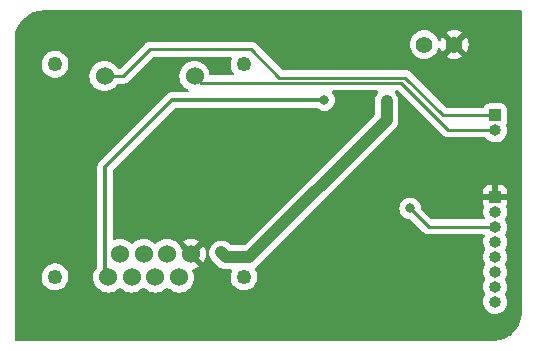
<source format=gbr>
%TF.GenerationSoftware,KiCad,Pcbnew,(6.0.5-0)*%
%TF.CreationDate,2022-09-30T17:34:08+08:00*%
%TF.ProjectId,breakout,62726561-6b6f-4757-942e-6b696361645f,rev?*%
%TF.SameCoordinates,Original*%
%TF.FileFunction,Copper,L2,Bot*%
%TF.FilePolarity,Positive*%
%FSLAX46Y46*%
G04 Gerber Fmt 4.6, Leading zero omitted, Abs format (unit mm)*
G04 Created by KiCad (PCBNEW (6.0.5-0)) date 2022-09-30 17:34:08*
%MOMM*%
%LPD*%
G01*
G04 APERTURE LIST*
%TA.AperFunction,ComponentPad*%
%ADD10R,1.000000X1.000000*%
%TD*%
%TA.AperFunction,ComponentPad*%
%ADD11O,1.000000X1.000000*%
%TD*%
%TA.AperFunction,ComponentPad*%
%ADD12C,1.400000*%
%TD*%
%TA.AperFunction,WasherPad*%
%ADD13C,1.250000*%
%TD*%
%TA.AperFunction,ComponentPad*%
%ADD14C,1.524000*%
%TD*%
%TA.AperFunction,ViaPad*%
%ADD15C,0.800000*%
%TD*%
%TA.AperFunction,ViaPad*%
%ADD16C,1.000000*%
%TD*%
%TA.AperFunction,Conductor*%
%ADD17C,1.000000*%
%TD*%
%TA.AperFunction,Conductor*%
%ADD18C,0.250000*%
%TD*%
%TA.AperFunction,Conductor*%
%ADD19C,0.300000*%
%TD*%
G04 APERTURE END LIST*
D10*
%TO.P,J2,1,Pin_1*%
%TO.N,SW1*%
X27200000Y5600000D03*
D11*
%TO.P,J2,2,Pin_2*%
%TO.N,SW2*%
X27200000Y4330000D03*
%TD*%
D12*
%TO.P,TP1,1,1*%
%TO.N,VCC*%
X21200000Y11600000D03*
%TO.P,TP1,2,2*%
%TO.N,GND*%
X23740000Y11600000D03*
%TD*%
D10*
%TO.P,J1,1,Pin_1*%
%TO.N,GND*%
X27200000Y-1300000D03*
D11*
%TO.P,J1,2,Pin_2*%
%TO.N,SlaveSelect*%
X27200000Y-2570000D03*
%TO.P,J1,3,Pin_3*%
%TO.N,SHDN*%
X27200000Y-3840000D03*
%TO.P,J1,4,Pin_4*%
%TO.N,Data*%
X27200000Y-5110000D03*
%TO.P,J1,5,Pin_5*%
%TO.N,SDI*%
X27200000Y-6380000D03*
%TO.P,J1,6,Pin_6*%
%TO.N,SCK*%
X27200000Y-7650000D03*
%TO.P,J1,7,Pin_7*%
%TO.N,REST*%
X27200000Y-8920000D03*
%TO.P,J1,8,Pin_8*%
%TO.N,VDD*%
X27200000Y-10190000D03*
%TD*%
D13*
%TO.P,O1,*%
%TO.N,*%
X-10064061Y9928148D03*
X5935939Y9928148D03*
X5935939Y-8071852D03*
X-10064061Y-8071852D03*
D14*
%TO.P,O1,1,SW1*%
%TO.N,SW1*%
X-5874061Y8928148D03*
%TO.P,O1,2,SW2*%
%TO.N,SW2*%
X1745939Y8928148D03*
%TO.P,O1,3,VDD*%
%TO.N,VDD*%
X-5564061Y-8121852D03*
%TO.P,O1,4,Slave_Select*%
%TO.N,SlaveSelect*%
X-4564061Y-6121852D03*
%TO.P,O1,5,Reset*%
%TO.N,REST*%
X-3564061Y-8121852D03*
%TO.P,O1,6,Data/Command*%
%TO.N,Data*%
X-2564061Y-6121852D03*
%TO.P,O1,7,SCK*%
%TO.N,Net-(O1-Pad7)*%
X-1564061Y-8121852D03*
%TO.P,O1,8,SDI*%
%TO.N,SDI*%
X-564061Y-6121852D03*
%TO.P,O1,9,VCC*%
%TO.N,VCC*%
X435939Y-8121852D03*
%TO.P,O1,10,VSS*%
%TO.N,GND*%
X1435939Y-6121852D03*
%TD*%
D15*
%TO.N,GND*%
X14500000Y5685000D03*
X8800000Y4400000D03*
D16*
%TO.N,VCC*%
X4000000Y-6000000D03*
X18000000Y6800000D03*
D15*
%TO.N,SHDN*%
X20000000Y-2277880D03*
%TO.N,VDD*%
X12742794Y6894052D03*
%TD*%
D17*
%TO.N,VCC*%
X18000000Y5200000D02*
X18000000Y6800000D01*
X6400000Y-6400000D02*
X18000000Y5200000D01*
X4400000Y-6400000D02*
X6400000Y-6400000D01*
X4000000Y-6000000D02*
X4400000Y-6400000D01*
D18*
%TO.N,SHDN*%
X27200000Y-3840000D02*
X21562120Y-3840000D01*
X21562120Y-3840000D02*
X20000000Y-2277880D01*
%TO.N,SW1*%
X8917859Y8800000D02*
X19600000Y8800000D01*
X-4271852Y8928148D02*
X-2000000Y11200000D01*
X-5874061Y8928148D02*
X-4271852Y8928148D01*
X22800000Y5600000D02*
X27200000Y5600000D01*
X-2000000Y11200000D02*
X6517859Y11200000D01*
X19600000Y8800000D02*
X22800000Y5600000D01*
X6517859Y11200000D02*
X8917859Y8800000D01*
%TO.N,SW2*%
X2323607Y8350480D02*
X1745939Y8928148D01*
X19249520Y8350480D02*
X2323607Y8350480D01*
X27000000Y4400000D02*
X23200000Y4400000D01*
X23200000Y4400000D02*
X19249520Y8350480D01*
D19*
%TO.N,VDD*%
X-165948Y6894052D02*
X-5820000Y1240000D01*
X12742794Y6894052D02*
X-165948Y6894052D01*
X-5820000Y1240000D02*
X-5820000Y-7865913D01*
%TD*%
%TA.AperFunction,Conductor*%
%TO.N,GND*%
G36*
X29433621Y14471498D02*
G01*
X29480114Y14417842D01*
X29491500Y14365500D01*
X29491500Y-10950633D01*
X29490000Y-10970018D01*
X29487690Y-10984851D01*
X29487690Y-10984855D01*
X29486309Y-10993724D01*
X29488558Y-11010919D01*
X29489391Y-11034863D01*
X29473794Y-11292710D01*
X29471960Y-11307814D01*
X29420477Y-11588754D01*
X29416836Y-11603527D01*
X29331859Y-11876227D01*
X29326466Y-11890445D01*
X29209243Y-12150906D01*
X29202172Y-12164379D01*
X29054405Y-12408813D01*
X29045762Y-12421334D01*
X28869615Y-12646171D01*
X28859525Y-12657560D01*
X28657560Y-12859525D01*
X28646171Y-12869615D01*
X28421334Y-13045762D01*
X28408813Y-13054405D01*
X28164379Y-13202172D01*
X28150908Y-13209242D01*
X27890445Y-13326466D01*
X27876231Y-13331858D01*
X27603527Y-13416836D01*
X27588760Y-13420475D01*
X27379786Y-13458771D01*
X27307814Y-13471960D01*
X27292710Y-13473794D01*
X27042096Y-13488953D01*
X27015284Y-13487692D01*
X27015148Y-13487690D01*
X27006276Y-13486309D01*
X26997374Y-13487473D01*
X26997372Y-13487473D01*
X26982323Y-13489441D01*
X26974714Y-13490436D01*
X26958379Y-13491500D01*
X-13365500Y-13491500D01*
X-13433621Y-13471498D01*
X-13480114Y-13417842D01*
X-13491500Y-13365500D01*
X-13491500Y-8042053D01*
X-11202027Y-8042053D01*
X-11188402Y-8249930D01*
X-11137123Y-8451843D01*
X-11049906Y-8641030D01*
X-10929674Y-8811155D01*
X-10780452Y-8956521D01*
X-10775656Y-8959726D01*
X-10775653Y-8959728D01*
X-10747193Y-8978744D01*
X-10607238Y-9072259D01*
X-10601930Y-9074540D01*
X-10601929Y-9074540D01*
X-10421135Y-9152215D01*
X-10421132Y-9152216D01*
X-10415832Y-9154493D01*
X-10410203Y-9155767D01*
X-10410202Y-9155767D01*
X-10218283Y-9199194D01*
X-10218278Y-9199195D01*
X-10212646Y-9200469D01*
X-10206875Y-9200696D01*
X-10206873Y-9200696D01*
X-10144553Y-9203144D01*
X-10004484Y-9208648D01*
X-9901401Y-9193702D01*
X-9804031Y-9179584D01*
X-9804026Y-9179583D01*
X-9798317Y-9178755D01*
X-9792853Y-9176900D01*
X-9792848Y-9176899D01*
X-9606518Y-9113648D01*
X-9601050Y-9111792D01*
X-9419289Y-9010001D01*
X-9259122Y-8876791D01*
X-9125912Y-8716624D01*
X-9024121Y-8534863D01*
X-8997720Y-8457089D01*
X-8959014Y-8343065D01*
X-8959013Y-8343060D01*
X-8957158Y-8337596D01*
X-8956330Y-8331887D01*
X-8956329Y-8331882D01*
X-8927798Y-8135103D01*
X-8927265Y-8131429D01*
X-8925705Y-8071852D01*
X-8944767Y-7864403D01*
X-9001314Y-7663902D01*
X-9093453Y-7477063D01*
X-9096912Y-7472430D01*
X-9214645Y-7314767D01*
X-9214646Y-7314766D01*
X-9218098Y-7310143D01*
X-9371074Y-7168733D01*
X-9406476Y-7146396D01*
X-9542378Y-7060648D01*
X-9547258Y-7057569D01*
X-9740750Y-6980374D01*
X-9945070Y-6939732D01*
X-9950845Y-6939656D01*
X-9950849Y-6939656D01*
X-10055160Y-6938291D01*
X-10153375Y-6937005D01*
X-10159072Y-6937984D01*
X-10159073Y-6937984D01*
X-10175804Y-6940859D01*
X-10358689Y-6972285D01*
X-10554136Y-7044389D01*
X-10559097Y-7047341D01*
X-10559098Y-7047341D01*
X-10725594Y-7146396D01*
X-10733170Y-7150903D01*
X-10889795Y-7288259D01*
X-10893362Y-7292784D01*
X-10893367Y-7292789D01*
X-11008871Y-7439306D01*
X-11018767Y-7451859D01*
X-11021458Y-7456975D01*
X-11021460Y-7456977D01*
X-11034982Y-7482678D01*
X-11115765Y-7636222D01*
X-11177541Y-7835174D01*
X-11202027Y-8042053D01*
X-13491500Y-8042053D01*
X-13491500Y9957947D01*
X-11202027Y9957947D01*
X-11188402Y9750070D01*
X-11137123Y9548157D01*
X-11049906Y9358970D01*
X-10929674Y9188845D01*
X-10780452Y9043479D01*
X-10775656Y9040274D01*
X-10775653Y9040272D01*
X-10705938Y8993690D01*
X-10607238Y8927741D01*
X-10601930Y8925460D01*
X-10601929Y8925460D01*
X-10421135Y8847785D01*
X-10421132Y8847784D01*
X-10415832Y8845507D01*
X-10410203Y8844233D01*
X-10410202Y8844233D01*
X-10218283Y8800806D01*
X-10218278Y8800805D01*
X-10212646Y8799531D01*
X-10206875Y8799304D01*
X-10206873Y8799304D01*
X-10144553Y8796856D01*
X-10004484Y8791352D01*
X-9901401Y8806298D01*
X-9804031Y8820416D01*
X-9804026Y8820417D01*
X-9798317Y8821245D01*
X-9792853Y8823100D01*
X-9792848Y8823101D01*
X-9606518Y8886352D01*
X-9601050Y8888208D01*
X-9529732Y8928148D01*
X-7149414Y8928148D01*
X-7130039Y8706685D01*
X-7128615Y8701372D01*
X-7075011Y8501321D01*
X-7072501Y8491952D01*
X-7070179Y8486971D01*
X-7070178Y8486970D01*
X-6980875Y8295459D01*
X-6980872Y8295454D01*
X-6978549Y8290472D01*
X-6975393Y8285965D01*
X-6975392Y8285963D01*
X-6974890Y8285247D01*
X-6851038Y8108367D01*
X-6693842Y7951171D01*
X-6689334Y7948014D01*
X-6689331Y7948012D01*
X-6613566Y7894961D01*
X-6511738Y7823660D01*
X-6506756Y7821337D01*
X-6506751Y7821334D01*
X-6344831Y7745830D01*
X-6310257Y7729708D01*
X-6304949Y7728286D01*
X-6304947Y7728285D01*
X-6262756Y7716980D01*
X-6095524Y7672170D01*
X-5874061Y7652795D01*
X-5652598Y7672170D01*
X-5485366Y7716980D01*
X-5443175Y7728285D01*
X-5443173Y7728286D01*
X-5437865Y7729708D01*
X-5403291Y7745830D01*
X-5241371Y7821334D01*
X-5241366Y7821337D01*
X-5236384Y7823660D01*
X-5134556Y7894961D01*
X-5058791Y7948012D01*
X-5058788Y7948014D01*
X-5054280Y7951171D01*
X-4897084Y8108367D01*
X-4804270Y8240919D01*
X-4748813Y8285247D01*
X-4701057Y8294648D01*
X-4350619Y8294648D01*
X-4339436Y8294121D01*
X-4331943Y8292446D01*
X-4324017Y8292695D01*
X-4324016Y8292695D01*
X-4263866Y8294586D01*
X-4259907Y8294648D01*
X-4231996Y8294648D01*
X-4228061Y8295145D01*
X-4227996Y8295153D01*
X-4216159Y8296086D01*
X-4183901Y8297100D01*
X-4179882Y8297226D01*
X-4171963Y8297475D01*
X-4152509Y8303127D01*
X-4133152Y8307135D01*
X-4120922Y8308680D01*
X-4120921Y8308680D01*
X-4113055Y8309674D01*
X-4105684Y8312593D01*
X-4105682Y8312593D01*
X-4071940Y8325952D01*
X-4060710Y8329797D01*
X-4025869Y8339919D01*
X-4025868Y8339919D01*
X-4018259Y8342130D01*
X-4011440Y8346163D01*
X-4011435Y8346165D01*
X-4000824Y8352441D01*
X-3983076Y8361136D01*
X-3964235Y8368596D01*
X-3928465Y8394584D01*
X-3918545Y8401100D01*
X-3887317Y8419568D01*
X-3887314Y8419570D01*
X-3880490Y8423606D01*
X-3866169Y8437927D01*
X-3851135Y8450768D01*
X-3841158Y8458017D01*
X-3834745Y8462676D01*
X-3806554Y8496753D01*
X-3798564Y8505532D01*
X-1774500Y10529595D01*
X-1712188Y10563621D01*
X-1685405Y10566500D01*
X4782226Y10566500D01*
X4850347Y10546498D01*
X4896840Y10492842D01*
X4906944Y10422568D01*
X4893735Y10381835D01*
X4884235Y10363778D01*
X4882522Y10358261D01*
X4828601Y10184605D01*
X4822459Y10164826D01*
X4797973Y9957947D01*
X4811598Y9750070D01*
X4862877Y9548157D01*
X4950094Y9358970D01*
X5070326Y9188845D01*
X5069941Y9188573D01*
X5097520Y9127017D01*
X5086912Y9056817D01*
X5040036Y9003496D01*
X4972677Y8983980D01*
X3131866Y8983980D01*
X3063745Y9003982D01*
X3017252Y9057638D01*
X3006345Y9098998D01*
X3004227Y9123209D01*
X3001917Y9149611D01*
X2948326Y9349614D01*
X2945802Y9359034D01*
X2945801Y9359036D01*
X2944379Y9364344D01*
X2932472Y9389879D01*
X2852753Y9560837D01*
X2852750Y9560842D01*
X2850427Y9565824D01*
X2815475Y9615741D01*
X2726075Y9743418D01*
X2726073Y9743421D01*
X2722916Y9747929D01*
X2565720Y9905125D01*
X2561212Y9908282D01*
X2561209Y9908284D01*
X2482092Y9963682D01*
X2383616Y10032636D01*
X2378634Y10034959D01*
X2378629Y10034962D01*
X2187117Y10124265D01*
X2187116Y10124266D01*
X2182135Y10126588D01*
X2176827Y10128010D01*
X2176825Y10128011D01*
X2110990Y10145651D01*
X1967402Y10184126D01*
X1745939Y10203501D01*
X1524476Y10184126D01*
X1380888Y10145651D01*
X1315053Y10128011D01*
X1315051Y10128010D01*
X1309743Y10126588D01*
X1304762Y10124266D01*
X1304761Y10124265D01*
X1113250Y10034962D01*
X1113245Y10034959D01*
X1108263Y10032636D01*
X1103756Y10029480D01*
X1103754Y10029479D01*
X930669Y9908284D01*
X930666Y9908282D01*
X926158Y9905125D01*
X768962Y9747929D01*
X765805Y9743421D01*
X765803Y9743418D01*
X676403Y9615741D01*
X641451Y9565824D01*
X639128Y9560842D01*
X639125Y9560837D01*
X559406Y9389879D01*
X547499Y9364344D01*
X546077Y9359036D01*
X546076Y9359034D01*
X543552Y9349614D01*
X489961Y9149611D01*
X470586Y8928148D01*
X489961Y8706685D01*
X491385Y8701372D01*
X544989Y8501321D01*
X547499Y8491952D01*
X549821Y8486971D01*
X549822Y8486970D01*
X639125Y8295459D01*
X639128Y8295454D01*
X641451Y8290472D01*
X644607Y8285965D01*
X644608Y8285963D01*
X645110Y8285247D01*
X768962Y8108367D01*
X926158Y7951171D01*
X930666Y7948014D01*
X930669Y7948012D01*
X1006434Y7894961D01*
X1108262Y7823660D01*
X1113244Y7821337D01*
X1113249Y7821334D01*
X1174555Y7792747D01*
X1227840Y7745830D01*
X1247301Y7677552D01*
X1226759Y7609592D01*
X1172736Y7563527D01*
X1121305Y7552552D01*
X-83892Y7552552D01*
X-95748Y7553111D01*
X-95751Y7553111D01*
X-103485Y7554840D01*
X-158502Y7553111D01*
X-174317Y7552614D01*
X-178275Y7552552D01*
X-207380Y7552552D01*
X-211780Y7551996D01*
X-223612Y7551064D01*
X-269779Y7549614D01*
X-290369Y7543632D01*
X-309730Y7539622D01*
X-316718Y7538740D01*
X-323152Y7537927D01*
X-323153Y7537927D01*
X-331012Y7536934D01*
X-338377Y7534018D01*
X-338381Y7534017D01*
X-373969Y7519926D01*
X-385179Y7516087D01*
X-429548Y7503197D01*
X-448013Y7492277D01*
X-465753Y7483586D01*
X-485704Y7475687D01*
X-523074Y7448536D01*
X-532996Y7442019D01*
X-565925Y7422545D01*
X-565929Y7422542D01*
X-572755Y7418505D01*
X-587919Y7403341D01*
X-602952Y7390501D01*
X-620305Y7377893D01*
X-638950Y7355355D01*
X-649750Y7342300D01*
X-657740Y7333520D01*
X-6227605Y1763655D01*
X-6236385Y1755665D01*
X-6236387Y1755663D01*
X-6243080Y1751416D01*
X-6248506Y1745638D01*
X-6248507Y1745637D01*
X-6291604Y1699743D01*
X-6294359Y1696901D01*
X-6314927Y1676333D01*
X-6317644Y1672830D01*
X-6325352Y1663805D01*
X-6356972Y1630133D01*
X-6360793Y1623182D01*
X-6360794Y1623181D01*
X-6367303Y1611342D01*
X-6378157Y1594818D01*
X-6385982Y1584729D01*
X-6391304Y1577868D01*
X-6394451Y1570596D01*
X-6394452Y1570594D01*
X-6409654Y1535465D01*
X-6414876Y1524805D01*
X-6437124Y1484337D01*
X-6442459Y1463559D01*
X-6448858Y1444869D01*
X-6457380Y1425176D01*
X-6458620Y1417345D01*
X-6464606Y1379552D01*
X-6467013Y1367929D01*
X-6478500Y1323188D01*
X-6478500Y1301741D01*
X-6480051Y1282031D01*
X-6483406Y1260848D01*
X-6482660Y1252957D01*
X-6479059Y1214862D01*
X-6478500Y1203004D01*
X-6478500Y-7187343D01*
X-6498502Y-7255464D01*
X-6515405Y-7276438D01*
X-6541038Y-7302071D01*
X-6544195Y-7306579D01*
X-6544197Y-7306582D01*
X-6665392Y-7479667D01*
X-6668549Y-7484176D01*
X-6670872Y-7489158D01*
X-6670875Y-7489163D01*
X-6760178Y-7680674D01*
X-6762501Y-7685656D01*
X-6820039Y-7900389D01*
X-6839414Y-8121852D01*
X-6820039Y-8343315D01*
X-6814323Y-8364647D01*
X-6768713Y-8534863D01*
X-6762501Y-8558048D01*
X-6760179Y-8563029D01*
X-6760178Y-8563030D01*
X-6670875Y-8754541D01*
X-6670872Y-8754546D01*
X-6668549Y-8759528D01*
X-6665393Y-8764035D01*
X-6665392Y-8764037D01*
X-6583856Y-8880482D01*
X-6541038Y-8941633D01*
X-6383842Y-9098829D01*
X-6379334Y-9101986D01*
X-6379331Y-9101988D01*
X-6327339Y-9138393D01*
X-6201738Y-9226340D01*
X-6196756Y-9228663D01*
X-6196751Y-9228666D01*
X-6005239Y-9317969D01*
X-6000257Y-9320292D01*
X-5994949Y-9321714D01*
X-5994947Y-9321715D01*
X-5935880Y-9337542D01*
X-5785524Y-9377830D01*
X-5564061Y-9397205D01*
X-5342598Y-9377830D01*
X-5192242Y-9337542D01*
X-5133175Y-9321715D01*
X-5133173Y-9321714D01*
X-5127865Y-9320292D01*
X-5122883Y-9317969D01*
X-4931371Y-9228666D01*
X-4931366Y-9228663D01*
X-4926384Y-9226340D01*
X-4800783Y-9138393D01*
X-4748791Y-9101988D01*
X-4748788Y-9101986D01*
X-4744280Y-9098829D01*
X-4653156Y-9007705D01*
X-4590844Y-8973679D01*
X-4520029Y-8978744D01*
X-4474966Y-9007705D01*
X-4383842Y-9098829D01*
X-4379334Y-9101986D01*
X-4379331Y-9101988D01*
X-4327339Y-9138393D01*
X-4201738Y-9226340D01*
X-4196756Y-9228663D01*
X-4196751Y-9228666D01*
X-4005239Y-9317969D01*
X-4000257Y-9320292D01*
X-3994949Y-9321714D01*
X-3994947Y-9321715D01*
X-3935880Y-9337542D01*
X-3785524Y-9377830D01*
X-3564061Y-9397205D01*
X-3342598Y-9377830D01*
X-3192242Y-9337542D01*
X-3133175Y-9321715D01*
X-3133173Y-9321714D01*
X-3127865Y-9320292D01*
X-3122883Y-9317969D01*
X-2931371Y-9228666D01*
X-2931366Y-9228663D01*
X-2926384Y-9226340D01*
X-2800783Y-9138393D01*
X-2748791Y-9101988D01*
X-2748788Y-9101986D01*
X-2744280Y-9098829D01*
X-2653156Y-9007705D01*
X-2590844Y-8973679D01*
X-2520029Y-8978744D01*
X-2474966Y-9007705D01*
X-2383842Y-9098829D01*
X-2379334Y-9101986D01*
X-2379331Y-9101988D01*
X-2327339Y-9138393D01*
X-2201738Y-9226340D01*
X-2196756Y-9228663D01*
X-2196751Y-9228666D01*
X-2005239Y-9317969D01*
X-2000257Y-9320292D01*
X-1994949Y-9321714D01*
X-1994947Y-9321715D01*
X-1935880Y-9337542D01*
X-1785524Y-9377830D01*
X-1564061Y-9397205D01*
X-1342598Y-9377830D01*
X-1192242Y-9337542D01*
X-1133175Y-9321715D01*
X-1133173Y-9321714D01*
X-1127865Y-9320292D01*
X-1122883Y-9317969D01*
X-931371Y-9228666D01*
X-931366Y-9228663D01*
X-926384Y-9226340D01*
X-800783Y-9138393D01*
X-748791Y-9101988D01*
X-748788Y-9101986D01*
X-744280Y-9098829D01*
X-653156Y-9007705D01*
X-590844Y-8973679D01*
X-520029Y-8978744D01*
X-474966Y-9007705D01*
X-383842Y-9098829D01*
X-379334Y-9101986D01*
X-379331Y-9101988D01*
X-327339Y-9138393D01*
X-201738Y-9226340D01*
X-196756Y-9228663D01*
X-196751Y-9228666D01*
X-5239Y-9317969D01*
X-257Y-9320292D01*
X5051Y-9321714D01*
X5053Y-9321715D01*
X64120Y-9337542D01*
X214476Y-9377830D01*
X435939Y-9397205D01*
X657402Y-9377830D01*
X807758Y-9337542D01*
X866825Y-9321715D01*
X866827Y-9321714D01*
X872135Y-9320292D01*
X877117Y-9317969D01*
X1068629Y-9228666D01*
X1068634Y-9228663D01*
X1073616Y-9226340D01*
X1199217Y-9138393D01*
X1251209Y-9101988D01*
X1251212Y-9101986D01*
X1255720Y-9098829D01*
X1412916Y-8941633D01*
X1455735Y-8880482D01*
X1537270Y-8764037D01*
X1537271Y-8764035D01*
X1540427Y-8759528D01*
X1542750Y-8754546D01*
X1542753Y-8754541D01*
X1632056Y-8563030D01*
X1632057Y-8563029D01*
X1634379Y-8558048D01*
X1640592Y-8534863D01*
X1686201Y-8364647D01*
X1691917Y-8343315D01*
X1711292Y-8121852D01*
X1691917Y-7900389D01*
X1634379Y-7685656D01*
X1630947Y-7678295D01*
X1605120Y-7622911D01*
X1572459Y-7552868D01*
X1561798Y-7482678D01*
X1590778Y-7417865D01*
X1650197Y-7379008D01*
X1658112Y-7377121D01*
X1866654Y-7321243D01*
X1876946Y-7317497D01*
X2068384Y-7228228D01*
X2077870Y-7222750D01*
X2121703Y-7192059D01*
X2130078Y-7181581D01*
X2123010Y-7168133D01*
X1077861Y-6122984D01*
X1800347Y-6122984D01*
X1800478Y-6124817D01*
X1804729Y-6131432D01*
X2482942Y-6809645D01*
X2494716Y-6816075D01*
X2506732Y-6806778D01*
X2536836Y-6763784D01*
X2542316Y-6754293D01*
X2631584Y-6562859D01*
X2635330Y-6552567D01*
X2689998Y-6348543D01*
X2691901Y-6337748D01*
X2710311Y-6127327D01*
X2710311Y-6116377D01*
X2691901Y-5905956D01*
X2689998Y-5895161D01*
X2635330Y-5691137D01*
X2631584Y-5680845D01*
X2542316Y-5489411D01*
X2536836Y-5479920D01*
X2506145Y-5436087D01*
X2495668Y-5427712D01*
X2482221Y-5434780D01*
X1807961Y-6109040D01*
X1800347Y-6122984D01*
X1077861Y-6122984D01*
X644714Y-5689837D01*
X619614Y-5653992D01*
X542753Y-5489163D01*
X542750Y-5489158D01*
X540427Y-5484176D01*
X537270Y-5479667D01*
X416075Y-5306582D01*
X416073Y-5306579D01*
X412916Y-5302071D01*
X255720Y-5144875D01*
X251212Y-5141718D01*
X251209Y-5141716D01*
X175444Y-5088665D01*
X137538Y-5062123D01*
X741799Y-5062123D01*
X748867Y-5075570D01*
X1423127Y-5749830D01*
X1437071Y-5757444D01*
X1438904Y-5757313D01*
X1445519Y-5753062D01*
X2123732Y-5074849D01*
X2130162Y-5063075D01*
X2120865Y-5051059D01*
X2077870Y-5020954D01*
X2068384Y-5015476D01*
X1876946Y-4926207D01*
X1866654Y-4922461D01*
X1662630Y-4867793D01*
X1651835Y-4865890D01*
X1441414Y-4847480D01*
X1430464Y-4847480D01*
X1220043Y-4865890D01*
X1209248Y-4867793D01*
X1005224Y-4922461D01*
X994932Y-4926207D01*
X803498Y-5015475D01*
X794007Y-5020955D01*
X750174Y-5051646D01*
X741799Y-5062123D01*
X137538Y-5062123D01*
X73616Y-5017364D01*
X68634Y-5015041D01*
X68629Y-5015038D01*
X-122883Y-4925735D01*
X-122884Y-4925734D01*
X-127865Y-4923412D01*
X-133173Y-4921990D01*
X-133175Y-4921989D01*
X-248641Y-4891050D01*
X-342598Y-4865874D01*
X-564061Y-4846499D01*
X-785524Y-4865874D01*
X-879481Y-4891050D01*
X-994947Y-4921989D01*
X-994949Y-4921990D01*
X-1000257Y-4923412D01*
X-1005238Y-4925734D01*
X-1005239Y-4925735D01*
X-1196750Y-5015038D01*
X-1196755Y-5015041D01*
X-1201737Y-5017364D01*
X-1206244Y-5020520D01*
X-1206246Y-5020521D01*
X-1379331Y-5141716D01*
X-1379334Y-5141718D01*
X-1383842Y-5144875D01*
X-1474966Y-5235999D01*
X-1537278Y-5270025D01*
X-1608093Y-5264960D01*
X-1653156Y-5235999D01*
X-1744280Y-5144875D01*
X-1748788Y-5141718D01*
X-1748791Y-5141716D01*
X-1824556Y-5088665D01*
X-1926384Y-5017364D01*
X-1931366Y-5015041D01*
X-1931371Y-5015038D01*
X-2122883Y-4925735D01*
X-2122884Y-4925734D01*
X-2127865Y-4923412D01*
X-2133173Y-4921990D01*
X-2133175Y-4921989D01*
X-2248641Y-4891050D01*
X-2342598Y-4865874D01*
X-2564061Y-4846499D01*
X-2785524Y-4865874D01*
X-2879481Y-4891050D01*
X-2994947Y-4921989D01*
X-2994949Y-4921990D01*
X-3000257Y-4923412D01*
X-3005238Y-4925734D01*
X-3005239Y-4925735D01*
X-3196750Y-5015038D01*
X-3196755Y-5015041D01*
X-3201737Y-5017364D01*
X-3206244Y-5020520D01*
X-3206246Y-5020521D01*
X-3379331Y-5141716D01*
X-3379334Y-5141718D01*
X-3383842Y-5144875D01*
X-3474966Y-5235999D01*
X-3537278Y-5270025D01*
X-3608093Y-5264960D01*
X-3653156Y-5235999D01*
X-3744280Y-5144875D01*
X-3748788Y-5141718D01*
X-3748791Y-5141716D01*
X-3824556Y-5088665D01*
X-3926384Y-5017364D01*
X-3931366Y-5015041D01*
X-3931371Y-5015038D01*
X-4122883Y-4925735D01*
X-4122884Y-4925734D01*
X-4127865Y-4923412D01*
X-4133173Y-4921990D01*
X-4133175Y-4921989D01*
X-4248641Y-4891050D01*
X-4342598Y-4865874D01*
X-4564061Y-4846499D01*
X-4785524Y-4865874D01*
X-5000257Y-4923412D01*
X-5000744Y-4921594D01*
X-5063258Y-4925567D01*
X-5125299Y-4891050D01*
X-5158829Y-4828470D01*
X-5161500Y-4802663D01*
X-5161500Y915050D01*
X-5141498Y983171D01*
X-5124595Y1004145D01*
X69907Y6198647D01*
X132219Y6232673D01*
X159002Y6235552D01*
X12062570Y6235552D01*
X12130691Y6215550D01*
X12136628Y6211490D01*
X12286042Y6102934D01*
X12292070Y6100250D01*
X12292072Y6100249D01*
X12454475Y6027943D01*
X12460506Y6025258D01*
X12553907Y6005405D01*
X12640850Y5986924D01*
X12640855Y5986924D01*
X12647307Y5985552D01*
X12838281Y5985552D01*
X12844733Y5986924D01*
X12844738Y5986924D01*
X12931681Y6005405D01*
X13025082Y6025258D01*
X13031113Y6027943D01*
X13193516Y6100249D01*
X13193518Y6100250D01*
X13199546Y6102934D01*
X13354047Y6215186D01*
X13481834Y6357108D01*
X13577321Y6522496D01*
X13636336Y6704124D01*
X13639708Y6736202D01*
X13655608Y6887487D01*
X13656298Y6894052D01*
X13646140Y6990699D01*
X13637026Y7077417D01*
X13637026Y7077419D01*
X13636336Y7083980D01*
X13577321Y7265608D01*
X13481834Y7430996D01*
X13413697Y7506670D01*
X13382979Y7570677D01*
X13391744Y7641131D01*
X13437207Y7695662D01*
X13507333Y7716980D01*
X17182670Y7716980D01*
X17250791Y7696978D01*
X17297284Y7643322D01*
X17307388Y7573048D01*
X17279193Y7509990D01*
X17163846Y7372526D01*
X17160879Y7367128D01*
X17160875Y7367123D01*
X17082095Y7223820D01*
X17068567Y7199213D01*
X17066706Y7193346D01*
X17066705Y7193344D01*
X17034004Y7090258D01*
X17008765Y7010694D01*
X16986719Y6814149D01*
X16987235Y6808005D01*
X16991058Y6762476D01*
X16991500Y6751933D01*
X16991500Y5669925D01*
X16971498Y5601804D01*
X16954595Y5580830D01*
X6019171Y-5354595D01*
X5956859Y-5388621D01*
X5930076Y-5391500D01*
X4869924Y-5391500D01*
X4801803Y-5371498D01*
X4780829Y-5354595D01*
X4754068Y-5327834D01*
X4745520Y-5318375D01*
X4722954Y-5290706D01*
X4722952Y-5290704D01*
X4719065Y-5285938D01*
X4714323Y-5282015D01*
X4714321Y-5282013D01*
X4680244Y-5253822D01*
X4678838Y-5252604D01*
X4677925Y-5251691D01*
X4641560Y-5221820D01*
X4566675Y-5159870D01*
X4565112Y-5159025D01*
X4563739Y-5157897D01*
X4556438Y-5153982D01*
X4478289Y-5112080D01*
X4477901Y-5111870D01*
X4397917Y-5068622D01*
X4397914Y-5068621D01*
X4392701Y-5065802D01*
X4390997Y-5065275D01*
X4389437Y-5064438D01*
X4383799Y-5062714D01*
X4383796Y-5062713D01*
X4297004Y-5036178D01*
X4296584Y-5036049D01*
X4209386Y-5009057D01*
X4203768Y-5007318D01*
X4202000Y-5007132D01*
X4200302Y-5006613D01*
X4103804Y-4996811D01*
X4103540Y-4996784D01*
X4007075Y-4986645D01*
X4005308Y-4986806D01*
X4003538Y-4986626D01*
X3997656Y-4987182D01*
X3997655Y-4987182D01*
X3906822Y-4995768D01*
X3906385Y-4995808D01*
X3861269Y-4999914D01*
X3810112Y-5004570D01*
X3808407Y-5005072D01*
X3806638Y-5005239D01*
X3800989Y-5006923D01*
X3800984Y-5006924D01*
X3713728Y-5032936D01*
X3713307Y-5033061D01*
X3620381Y-5060410D01*
X3618805Y-5061234D01*
X3617104Y-5061741D01*
X3531252Y-5107006D01*
X3445110Y-5152040D01*
X3443725Y-5153154D01*
X3442154Y-5153982D01*
X3437572Y-5157692D01*
X3437568Y-5157695D01*
X3366918Y-5214907D01*
X3366576Y-5215183D01*
X3295591Y-5272256D01*
X3295588Y-5272259D01*
X3290975Y-5275968D01*
X3289832Y-5277331D01*
X3288453Y-5278447D01*
X3284663Y-5282996D01*
X3226525Y-5352775D01*
X3226243Y-5353112D01*
X3194032Y-5391500D01*
X3163846Y-5427474D01*
X3162988Y-5429035D01*
X3161854Y-5430396D01*
X3159037Y-5435563D01*
X3159034Y-5435567D01*
X3129812Y-5489163D01*
X3115375Y-5515642D01*
X3068567Y-5600787D01*
X3068031Y-5602476D01*
X3067178Y-5604041D01*
X3038074Y-5696914D01*
X3008765Y-5789306D01*
X3008567Y-5791070D01*
X3008035Y-5792768D01*
X3007400Y-5798615D01*
X3007399Y-5798619D01*
X3005163Y-5819204D01*
X2997541Y-5889373D01*
X2986719Y-5985851D01*
X2986868Y-5987623D01*
X2986676Y-5989388D01*
X2995134Y-6086071D01*
X3003268Y-6182934D01*
X3003758Y-6184644D01*
X3003913Y-6186413D01*
X3030996Y-6279634D01*
X3057783Y-6373050D01*
X3058596Y-6374632D01*
X3059091Y-6376336D01*
X3103788Y-6462565D01*
X3148187Y-6548956D01*
X3149290Y-6550347D01*
X3150108Y-6551926D01*
X3210726Y-6627861D01*
X3271035Y-6703953D01*
X3312054Y-6738862D01*
X3319488Y-6745722D01*
X3643157Y-7069392D01*
X3652247Y-7079523D01*
X3675968Y-7109025D01*
X3714456Y-7141320D01*
X3718075Y-7144478D01*
X3719890Y-7146124D01*
X3722075Y-7148309D01*
X3724455Y-7150264D01*
X3724465Y-7150273D01*
X3755236Y-7175549D01*
X3756251Y-7176391D01*
X3766393Y-7184901D01*
X3827474Y-7236154D01*
X3832148Y-7238723D01*
X3836261Y-7242102D01*
X3841698Y-7245017D01*
X3841699Y-7245018D01*
X3852458Y-7250787D01*
X3915248Y-7284454D01*
X3918047Y-7285955D01*
X3919177Y-7286568D01*
X3954937Y-7306227D01*
X3970472Y-7314767D01*
X4000787Y-7331433D01*
X4005869Y-7333045D01*
X4010563Y-7335562D01*
X4099531Y-7362762D01*
X4100559Y-7363082D01*
X4189306Y-7391235D01*
X4194602Y-7391829D01*
X4199698Y-7393387D01*
X4292257Y-7402790D01*
X4293393Y-7402911D01*
X4327008Y-7406681D01*
X4339730Y-7408108D01*
X4339734Y-7408108D01*
X4343227Y-7408500D01*
X4346754Y-7408500D01*
X4347739Y-7408555D01*
X4353419Y-7409002D01*
X4382825Y-7411989D01*
X4390337Y-7412752D01*
X4390339Y-7412752D01*
X4396462Y-7413374D01*
X4442108Y-7409059D01*
X4453967Y-7408500D01*
X4795379Y-7408500D01*
X4863500Y-7428502D01*
X4909993Y-7482158D01*
X4920097Y-7552432D01*
X4906889Y-7593164D01*
X4884235Y-7636222D01*
X4822459Y-7835174D01*
X4797973Y-8042053D01*
X4811598Y-8249930D01*
X4862877Y-8451843D01*
X4950094Y-8641030D01*
X5070326Y-8811155D01*
X5219548Y-8956521D01*
X5224344Y-8959726D01*
X5224347Y-8959728D01*
X5252807Y-8978744D01*
X5392762Y-9072259D01*
X5398070Y-9074540D01*
X5398071Y-9074540D01*
X5578865Y-9152215D01*
X5578868Y-9152216D01*
X5584168Y-9154493D01*
X5589797Y-9155767D01*
X5589798Y-9155767D01*
X5781717Y-9199194D01*
X5781722Y-9199195D01*
X5787354Y-9200469D01*
X5793125Y-9200696D01*
X5793127Y-9200696D01*
X5855447Y-9203144D01*
X5995516Y-9208648D01*
X6098599Y-9193702D01*
X6195969Y-9179584D01*
X6195974Y-9179583D01*
X6201683Y-9178755D01*
X6207147Y-9176900D01*
X6207152Y-9176899D01*
X6393482Y-9113648D01*
X6398950Y-9111792D01*
X6580711Y-9010001D01*
X6740878Y-8876791D01*
X6874088Y-8716624D01*
X6975879Y-8534863D01*
X7002280Y-8457089D01*
X7040986Y-8343065D01*
X7040987Y-8343060D01*
X7042842Y-8337596D01*
X7043670Y-8331887D01*
X7043671Y-8331882D01*
X7072202Y-8135103D01*
X7072735Y-8131429D01*
X7074295Y-8071852D01*
X7055233Y-7864403D01*
X6998686Y-7663902D01*
X6906547Y-7477063D01*
X6903091Y-7472435D01*
X6903088Y-7472430D01*
X6885729Y-7449183D01*
X6860997Y-7382633D01*
X6876172Y-7313277D01*
X6928701Y-7261931D01*
X6946453Y-7252729D01*
X6951926Y-7249892D01*
X6956089Y-7246569D01*
X6960796Y-7244066D01*
X7032918Y-7185245D01*
X7033774Y-7184554D01*
X7072973Y-7153262D01*
X7075477Y-7150758D01*
X7076195Y-7150116D01*
X7080528Y-7146415D01*
X7114062Y-7119065D01*
X7143288Y-7083737D01*
X7151277Y-7074958D01*
X11948355Y-2277880D01*
X19086496Y-2277880D01*
X19087186Y-2284445D01*
X19095891Y-2367264D01*
X19106458Y-2467808D01*
X19165473Y-2649436D01*
X19260960Y-2814824D01*
X19388747Y-2956746D01*
X19543248Y-3068998D01*
X19549276Y-3071682D01*
X19549278Y-3071683D01*
X19711681Y-3143989D01*
X19717712Y-3146674D01*
X19773415Y-3158514D01*
X19898056Y-3185008D01*
X19898061Y-3185008D01*
X19904513Y-3186380D01*
X19960406Y-3186380D01*
X20028527Y-3206382D01*
X20049501Y-3223285D01*
X21058463Y-4232247D01*
X21066007Y-4240537D01*
X21070120Y-4247018D01*
X21075897Y-4252443D01*
X21119787Y-4293658D01*
X21122629Y-4296413D01*
X21142350Y-4316134D01*
X21145545Y-4318612D01*
X21154567Y-4326318D01*
X21186799Y-4356586D01*
X21193748Y-4360406D01*
X21204552Y-4366346D01*
X21221076Y-4377199D01*
X21237079Y-4389613D01*
X21277663Y-4407176D01*
X21288293Y-4412383D01*
X21327060Y-4433695D01*
X21334737Y-4435666D01*
X21334742Y-4435668D01*
X21346678Y-4438732D01*
X21365386Y-4445137D01*
X21383975Y-4453181D01*
X21391803Y-4454421D01*
X21391810Y-4454423D01*
X21427644Y-4460099D01*
X21439264Y-4462505D01*
X21474409Y-4471528D01*
X21482090Y-4473500D01*
X21502344Y-4473500D01*
X21522054Y-4475051D01*
X21542063Y-4478220D01*
X21549955Y-4477474D01*
X21586081Y-4474059D01*
X21597939Y-4473500D01*
X26185962Y-4473500D01*
X26254083Y-4493502D01*
X26300576Y-4547158D01*
X26310680Y-4617432D01*
X26296377Y-4660200D01*
X26268567Y-4710787D01*
X26266706Y-4716654D01*
X26266705Y-4716656D01*
X26211384Y-4891050D01*
X26208765Y-4899306D01*
X26186719Y-5095851D01*
X26187235Y-5101995D01*
X26202681Y-5285938D01*
X26203268Y-5292934D01*
X26213436Y-5328393D01*
X26244317Y-5436087D01*
X26257783Y-5483050D01*
X26348187Y-5658956D01*
X26352016Y-5663787D01*
X26353839Y-5666088D01*
X26354414Y-5667509D01*
X26355353Y-5668966D01*
X26355076Y-5669144D01*
X26380474Y-5731898D01*
X26367301Y-5801662D01*
X26363846Y-5807474D01*
X26268567Y-5980787D01*
X26266706Y-5986654D01*
X26266705Y-5986656D01*
X26220779Y-6131432D01*
X26208765Y-6169306D01*
X26186719Y-6365851D01*
X26187613Y-6376495D01*
X26202732Y-6556547D01*
X26203268Y-6562934D01*
X26221886Y-6627861D01*
X26255682Y-6745722D01*
X26257783Y-6753050D01*
X26348187Y-6928956D01*
X26352016Y-6933787D01*
X26353839Y-6936088D01*
X26354414Y-6937509D01*
X26355353Y-6938966D01*
X26355076Y-6939144D01*
X26380474Y-7001898D01*
X26367301Y-7071662D01*
X26363846Y-7077474D01*
X26268567Y-7250787D01*
X26266706Y-7256654D01*
X26266705Y-7256656D01*
X26212192Y-7428502D01*
X26208765Y-7439306D01*
X26186719Y-7635851D01*
X26203268Y-7832934D01*
X26257783Y-8023050D01*
X26348187Y-8198956D01*
X26352016Y-8203787D01*
X26353839Y-8206088D01*
X26354414Y-8207509D01*
X26355353Y-8208966D01*
X26355076Y-8209144D01*
X26380474Y-8271898D01*
X26367301Y-8341662D01*
X26363846Y-8347474D01*
X26268567Y-8520787D01*
X26266706Y-8526654D01*
X26266705Y-8526656D01*
X26210627Y-8703436D01*
X26208765Y-8709306D01*
X26186719Y-8905851D01*
X26187235Y-8911995D01*
X26200884Y-9074540D01*
X26203268Y-9102934D01*
X26257783Y-9293050D01*
X26348187Y-9468956D01*
X26352016Y-9473787D01*
X26353839Y-9476088D01*
X26354414Y-9477509D01*
X26355353Y-9478966D01*
X26355076Y-9479144D01*
X26380474Y-9541898D01*
X26367301Y-9611662D01*
X26363846Y-9617474D01*
X26268567Y-9790787D01*
X26266706Y-9796654D01*
X26266705Y-9796656D01*
X26210627Y-9973436D01*
X26208765Y-9979306D01*
X26186719Y-10175851D01*
X26203268Y-10372934D01*
X26257783Y-10563050D01*
X26348187Y-10738956D01*
X26471035Y-10893953D01*
X26475728Y-10897947D01*
X26475729Y-10897948D01*
X26598725Y-11002625D01*
X26621650Y-11022136D01*
X26794294Y-11118624D01*
X26982392Y-11179740D01*
X27178777Y-11203158D01*
X27184912Y-11202686D01*
X27184914Y-11202686D01*
X27369830Y-11188457D01*
X27369834Y-11188456D01*
X27375972Y-11187984D01*
X27566463Y-11134798D01*
X27571967Y-11132018D01*
X27571969Y-11132017D01*
X27737495Y-11048404D01*
X27737497Y-11048403D01*
X27742996Y-11045625D01*
X27898847Y-10923861D01*
X28028078Y-10774145D01*
X28125769Y-10602179D01*
X28188197Y-10414513D01*
X28212985Y-10218295D01*
X28213380Y-10190000D01*
X28194080Y-9993167D01*
X28136916Y-9803831D01*
X28044066Y-9629204D01*
X28040167Y-9624424D01*
X28039715Y-9623743D01*
X28018676Y-9555935D01*
X28035105Y-9491775D01*
X28122723Y-9337542D01*
X28122725Y-9337537D01*
X28125769Y-9332179D01*
X28188197Y-9144513D01*
X28212985Y-8948295D01*
X28213380Y-8920000D01*
X28194080Y-8723167D01*
X28136916Y-8533831D01*
X28044066Y-8359204D01*
X28040167Y-8354424D01*
X28039715Y-8353743D01*
X28018676Y-8285935D01*
X28035105Y-8221775D01*
X28122723Y-8067542D01*
X28122725Y-8067537D01*
X28125769Y-8062179D01*
X28188197Y-7874513D01*
X28212985Y-7678295D01*
X28213380Y-7650000D01*
X28194080Y-7453167D01*
X28172785Y-7382633D01*
X28153119Y-7317497D01*
X28136916Y-7263831D01*
X28044066Y-7089204D01*
X28040167Y-7084424D01*
X28039715Y-7083743D01*
X28018676Y-7015935D01*
X28035105Y-6951775D01*
X28041947Y-6939732D01*
X28092870Y-6850092D01*
X28122723Y-6797542D01*
X28122725Y-6797537D01*
X28125769Y-6792179D01*
X28188197Y-6604513D01*
X28212985Y-6408295D01*
X28213380Y-6380000D01*
X28194080Y-6183167D01*
X28136916Y-5993831D01*
X28044066Y-5819204D01*
X28040167Y-5814424D01*
X28039715Y-5813743D01*
X28018676Y-5745935D01*
X28035105Y-5681775D01*
X28035634Y-5680845D01*
X28079265Y-5604041D01*
X28122723Y-5527542D01*
X28122725Y-5527537D01*
X28125769Y-5522179D01*
X28188197Y-5334513D01*
X28212985Y-5138295D01*
X28213380Y-5110000D01*
X28194080Y-4913167D01*
X28187403Y-4891050D01*
X28138697Y-4729731D01*
X28136916Y-4723831D01*
X28044066Y-4549204D01*
X28040167Y-4544424D01*
X28039715Y-4543743D01*
X28018676Y-4475935D01*
X28035105Y-4411775D01*
X28036381Y-4409530D01*
X28083652Y-4326318D01*
X28122723Y-4257542D01*
X28122725Y-4257537D01*
X28125769Y-4252179D01*
X28188197Y-4064513D01*
X28212985Y-3868295D01*
X28213380Y-3840000D01*
X28194080Y-3643167D01*
X28136916Y-3453831D01*
X28044066Y-3279204D01*
X28040167Y-3274424D01*
X28039715Y-3273743D01*
X28018676Y-3205935D01*
X28035105Y-3141775D01*
X28122723Y-2987542D01*
X28122725Y-2987537D01*
X28125769Y-2982179D01*
X28188197Y-2794513D01*
X28212985Y-2598295D01*
X28213380Y-2570000D01*
X28194080Y-2373167D01*
X28180775Y-2329097D01*
X28138699Y-2189736D01*
X28138698Y-2189734D01*
X28136916Y-2183831D01*
X28134022Y-2178387D01*
X28131973Y-2173417D01*
X28124509Y-2102814D01*
X28142145Y-2062429D01*
X28140479Y-2061517D01*
X28153323Y-2038058D01*
X28198478Y-1917606D01*
X28202105Y-1902351D01*
X28207631Y-1851486D01*
X28208000Y-1844672D01*
X28208000Y-1572115D01*
X28203525Y-1556876D01*
X28202135Y-1555671D01*
X28194452Y-1554000D01*
X26210116Y-1554000D01*
X26194877Y-1558475D01*
X26193672Y-1559865D01*
X26192001Y-1567548D01*
X26192001Y-1844669D01*
X26192371Y-1851490D01*
X26197895Y-1902352D01*
X26201521Y-1917604D01*
X26246676Y-2038054D01*
X26259522Y-2061517D01*
X26257213Y-2062781D01*
X26277242Y-2116401D01*
X26268125Y-2170647D01*
X26268567Y-2170787D01*
X26267733Y-2173417D01*
X26266706Y-2176654D01*
X26266705Y-2176656D01*
X26234595Y-2277880D01*
X26208765Y-2359306D01*
X26186719Y-2555851D01*
X26187235Y-2561995D01*
X26194050Y-2643151D01*
X26203268Y-2752934D01*
X26257783Y-2943050D01*
X26260604Y-2948539D01*
X26298823Y-3022906D01*
X26312171Y-3092636D01*
X26285701Y-3158514D01*
X26227817Y-3199622D01*
X26186757Y-3206500D01*
X21876715Y-3206500D01*
X21808594Y-3186498D01*
X21787620Y-3169595D01*
X20947122Y-2329097D01*
X20913096Y-2266785D01*
X20910907Y-2253172D01*
X20894232Y-2094515D01*
X20894232Y-2094513D01*
X20893542Y-2087952D01*
X20834527Y-1906324D01*
X20739040Y-1740936D01*
X20611253Y-1599014D01*
X20456752Y-1486762D01*
X20450724Y-1484078D01*
X20450722Y-1484077D01*
X20288319Y-1411771D01*
X20288318Y-1411771D01*
X20282288Y-1409086D01*
X20188887Y-1389233D01*
X20101944Y-1370752D01*
X20101939Y-1370752D01*
X20095487Y-1369380D01*
X19904513Y-1369380D01*
X19898061Y-1370752D01*
X19898056Y-1370752D01*
X19811112Y-1389233D01*
X19717712Y-1409086D01*
X19711682Y-1411771D01*
X19711681Y-1411771D01*
X19549278Y-1484077D01*
X19549276Y-1484078D01*
X19543248Y-1486762D01*
X19388747Y-1599014D01*
X19260960Y-1740936D01*
X19165473Y-1906324D01*
X19106458Y-2087952D01*
X19105768Y-2094513D01*
X19105768Y-2094515D01*
X19097300Y-2175084D01*
X19086496Y-2277880D01*
X11948355Y-2277880D01*
X13198350Y-1027885D01*
X26192000Y-1027885D01*
X26196475Y-1043124D01*
X26197865Y-1044329D01*
X26205548Y-1046000D01*
X26927885Y-1046000D01*
X26943124Y-1041525D01*
X26944329Y-1040135D01*
X26946000Y-1032452D01*
X26946000Y-1027885D01*
X27454000Y-1027885D01*
X27458475Y-1043124D01*
X27459865Y-1044329D01*
X27467548Y-1046000D01*
X28189884Y-1046000D01*
X28205123Y-1041525D01*
X28206328Y-1040135D01*
X28207999Y-1032452D01*
X28207999Y-755331D01*
X28207629Y-748510D01*
X28202105Y-697648D01*
X28198479Y-682396D01*
X28153324Y-561946D01*
X28144786Y-546351D01*
X28068285Y-444276D01*
X28055724Y-431715D01*
X27953649Y-355214D01*
X27938054Y-346676D01*
X27817606Y-301522D01*
X27802351Y-297895D01*
X27751486Y-292369D01*
X27744672Y-292000D01*
X27472115Y-292000D01*
X27456876Y-296475D01*
X27455671Y-297865D01*
X27454000Y-305548D01*
X27454000Y-1027885D01*
X26946000Y-1027885D01*
X26946000Y-310116D01*
X26941525Y-294877D01*
X26940135Y-293672D01*
X26932452Y-292001D01*
X26655331Y-292001D01*
X26648510Y-292371D01*
X26597648Y-297895D01*
X26582396Y-301521D01*
X26461946Y-346676D01*
X26446351Y-355214D01*
X26344276Y-431715D01*
X26331715Y-444276D01*
X26255214Y-546351D01*
X26246676Y-561946D01*
X26201522Y-682394D01*
X26197895Y-697649D01*
X26192369Y-748514D01*
X26192000Y-755328D01*
X26192000Y-1027885D01*
X13198350Y-1027885D01*
X18669379Y4443145D01*
X18679522Y4452247D01*
X18704218Y4472103D01*
X18709025Y4475968D01*
X18741320Y4514456D01*
X18744478Y4518075D01*
X18746124Y4519890D01*
X18748309Y4522075D01*
X18750264Y4524455D01*
X18750273Y4524465D01*
X18775549Y4555236D01*
X18776391Y4556251D01*
X18832194Y4622755D01*
X18836154Y4627474D01*
X18838723Y4632148D01*
X18842102Y4636261D01*
X18885975Y4718085D01*
X18886584Y4719207D01*
X18928464Y4795386D01*
X18928465Y4795388D01*
X18931433Y4800787D01*
X18933045Y4805869D01*
X18935562Y4810563D01*
X18962762Y4899531D01*
X18963108Y4900642D01*
X18989373Y4983437D01*
X18991235Y4989306D01*
X18991829Y4994602D01*
X18993387Y4999698D01*
X19002790Y5092257D01*
X19002911Y5093393D01*
X19008500Y5143227D01*
X19008500Y5146754D01*
X19008555Y5147739D01*
X19009002Y5153419D01*
X19013374Y5196462D01*
X19009059Y5242109D01*
X19008500Y5253967D01*
X19008500Y6728278D01*
X19009492Y6744056D01*
X19012985Y6771705D01*
X19013380Y6800000D01*
X18994080Y6996833D01*
X18936916Y7186169D01*
X18844066Y7360796D01*
X18721282Y7511344D01*
X18693728Y7576776D01*
X18705923Y7646717D01*
X18753996Y7698962D01*
X18818925Y7716980D01*
X18934926Y7716980D01*
X19003047Y7696978D01*
X19024021Y7680075D01*
X22696343Y4007753D01*
X22703887Y3999463D01*
X22708000Y3992982D01*
X22713777Y3987557D01*
X22757667Y3946342D01*
X22760509Y3943587D01*
X22780230Y3923866D01*
X22783425Y3921388D01*
X22792447Y3913682D01*
X22824679Y3883414D01*
X22831628Y3879594D01*
X22842432Y3873654D01*
X22858956Y3862801D01*
X22874959Y3850387D01*
X22915543Y3832824D01*
X22926173Y3827617D01*
X22964940Y3806305D01*
X22972617Y3804334D01*
X22972622Y3804332D01*
X22984558Y3801268D01*
X23003266Y3794863D01*
X23021855Y3786819D01*
X23029680Y3785580D01*
X23029682Y3785579D01*
X23065519Y3779903D01*
X23077140Y3777496D01*
X23112289Y3768472D01*
X23119970Y3766500D01*
X23140231Y3766500D01*
X23159940Y3764949D01*
X23179943Y3761781D01*
X23187835Y3762527D01*
X23193062Y3763021D01*
X23223954Y3765941D01*
X23235811Y3766500D01*
X26298803Y3766500D01*
X26366924Y3746498D01*
X26397549Y3718764D01*
X26467206Y3630877D01*
X26467211Y3630872D01*
X26471035Y3626047D01*
X26621650Y3497864D01*
X26794294Y3401376D01*
X26982392Y3340260D01*
X27178777Y3316842D01*
X27184912Y3317314D01*
X27184914Y3317314D01*
X27369830Y3331543D01*
X27369834Y3331544D01*
X27375972Y3332016D01*
X27566463Y3385202D01*
X27571967Y3387982D01*
X27571969Y3387983D01*
X27737495Y3471596D01*
X27737497Y3471597D01*
X27742996Y3474375D01*
X27898847Y3596139D01*
X28028078Y3745855D01*
X28125769Y3917821D01*
X28188197Y4105487D01*
X28212985Y4301705D01*
X28213380Y4330000D01*
X28194080Y4526833D01*
X28185357Y4555727D01*
X28138697Y4710269D01*
X28136916Y4716169D01*
X28134024Y4721609D01*
X28132195Y4726046D01*
X28124731Y4796650D01*
X28142512Y4837369D01*
X28140921Y4838240D01*
X28145229Y4846109D01*
X28150615Y4853295D01*
X28201745Y4989684D01*
X28208500Y5051866D01*
X28208500Y6148134D01*
X28201745Y6210316D01*
X28150615Y6346705D01*
X28063261Y6463261D01*
X27946705Y6550615D01*
X27810316Y6601745D01*
X27748134Y6608500D01*
X26651866Y6608500D01*
X26589684Y6601745D01*
X26453295Y6550615D01*
X26336739Y6463261D01*
X26249385Y6346705D01*
X26246233Y6338297D01*
X26246231Y6338293D01*
X26237599Y6315269D01*
X26194957Y6258505D01*
X26128395Y6233806D01*
X26119618Y6233500D01*
X23114595Y6233500D01*
X23046474Y6253502D01*
X23025500Y6270405D01*
X20103652Y9192253D01*
X20096112Y9200539D01*
X20092000Y9207018D01*
X20042348Y9253644D01*
X20039507Y9256398D01*
X20019770Y9276135D01*
X20016573Y9278615D01*
X20007551Y9286320D01*
X19975321Y9316586D01*
X19968375Y9320405D01*
X19968372Y9320407D01*
X19957566Y9326348D01*
X19941047Y9337199D01*
X19940583Y9337559D01*
X19925041Y9349614D01*
X19917772Y9352759D01*
X19917768Y9352762D01*
X19884463Y9367174D01*
X19873813Y9372391D01*
X19835060Y9393695D01*
X19815437Y9398733D01*
X19796734Y9405137D01*
X19785420Y9410033D01*
X19785419Y9410033D01*
X19778145Y9413181D01*
X19770322Y9414420D01*
X19770312Y9414423D01*
X19734476Y9420099D01*
X19722856Y9422505D01*
X19687711Y9431528D01*
X19687710Y9431528D01*
X19680030Y9433500D01*
X19659776Y9433500D01*
X19640065Y9435051D01*
X19627886Y9436980D01*
X19620057Y9438220D01*
X19612165Y9437474D01*
X19576039Y9434059D01*
X19564181Y9433500D01*
X9232453Y9433500D01*
X9164332Y9453502D01*
X9143358Y9470405D01*
X8096008Y10517756D01*
X7021511Y11592253D01*
X7014461Y11600000D01*
X19986884Y11600000D01*
X20005314Y11389345D01*
X20006738Y11384032D01*
X20006738Y11384030D01*
X20058575Y11190574D01*
X20060044Y11185090D01*
X20062366Y11180109D01*
X20062367Y11180108D01*
X20136676Y11020753D01*
X20149411Y10993442D01*
X20270699Y10820224D01*
X20420224Y10670699D01*
X20593442Y10549411D01*
X20598420Y10547090D01*
X20598423Y10547088D01*
X20779092Y10462841D01*
X20785090Y10460044D01*
X20790398Y10458622D01*
X20790400Y10458621D01*
X20984030Y10406738D01*
X20984032Y10406738D01*
X20989345Y10405314D01*
X21200000Y10386884D01*
X21410655Y10405314D01*
X21415968Y10406738D01*
X21415970Y10406738D01*
X21609600Y10458621D01*
X21609602Y10458622D01*
X21614910Y10460044D01*
X21620908Y10462841D01*
X21801577Y10547088D01*
X21801580Y10547090D01*
X21806558Y10549411D01*
X21858440Y10585739D01*
X23090294Y10585739D01*
X23099590Y10573724D01*
X23129189Y10552999D01*
X23138677Y10547521D01*
X23320277Y10462841D01*
X23330571Y10459093D01*
X23524122Y10407231D01*
X23534909Y10405329D01*
X23734525Y10387865D01*
X23745475Y10387865D01*
X23945091Y10405329D01*
X23955878Y10407231D01*
X24149429Y10459093D01*
X24159723Y10462841D01*
X24341323Y10547521D01*
X24350811Y10552999D01*
X24381248Y10574311D01*
X24389623Y10584788D01*
X24382554Y10598236D01*
X23752812Y11227978D01*
X23738868Y11235592D01*
X23737035Y11235461D01*
X23730420Y11231210D01*
X23096724Y10597514D01*
X23090294Y10585739D01*
X21858440Y10585739D01*
X21979776Y10670699D01*
X22129301Y10820224D01*
X22250589Y10993442D01*
X22263325Y11020753D01*
X22337633Y11180108D01*
X22337634Y11180109D01*
X22339956Y11185090D01*
X22341379Y11190400D01*
X22341382Y11190408D01*
X22348553Y11217171D01*
X22385504Y11277793D01*
X22449365Y11308815D01*
X22519860Y11300386D01*
X22574606Y11255182D01*
X22591966Y11217170D01*
X22599092Y11190574D01*
X22602841Y11180277D01*
X22687521Y10998677D01*
X22692999Y10989189D01*
X22714311Y10958752D01*
X22724788Y10950377D01*
X22738236Y10957446D01*
X23367978Y11587188D01*
X23374356Y11598868D01*
X24104408Y11598868D01*
X24104539Y11597035D01*
X24108790Y11590420D01*
X24742486Y10956724D01*
X24754261Y10950294D01*
X24766276Y10959590D01*
X24787001Y10989189D01*
X24792479Y10998677D01*
X24877159Y11180277D01*
X24880907Y11190571D01*
X24932769Y11384122D01*
X24934671Y11394909D01*
X24952135Y11594525D01*
X24952135Y11605475D01*
X24934671Y11805091D01*
X24932769Y11815878D01*
X24880907Y12009429D01*
X24877159Y12019723D01*
X24792479Y12201323D01*
X24787001Y12210811D01*
X24765689Y12241248D01*
X24755212Y12249623D01*
X24741764Y12242554D01*
X24112022Y11612812D01*
X24104408Y11598868D01*
X23374356Y11598868D01*
X23375592Y11601132D01*
X23375461Y11602965D01*
X23371210Y11609580D01*
X22737514Y12243276D01*
X22725739Y12249706D01*
X22713724Y12240410D01*
X22692999Y12210811D01*
X22687521Y12201323D01*
X22602841Y12019723D01*
X22599092Y12009426D01*
X22591966Y11982830D01*
X22555014Y11922207D01*
X22491154Y11891186D01*
X22420659Y11899614D01*
X22365912Y11944817D01*
X22348553Y11982829D01*
X22341382Y12009592D01*
X22341378Y12009603D01*
X22339956Y12014910D01*
X22336253Y12022851D01*
X22252912Y12201577D01*
X22252910Y12201580D01*
X22250589Y12206558D01*
X22129301Y12379776D01*
X21979776Y12529301D01*
X21857082Y12615212D01*
X23090377Y12615212D01*
X23097446Y12601764D01*
X23727188Y11972022D01*
X23741132Y11964408D01*
X23742965Y11964539D01*
X23749580Y11968790D01*
X24383276Y12602486D01*
X24389706Y12614261D01*
X24380410Y12626276D01*
X24350811Y12647001D01*
X24341323Y12652479D01*
X24159723Y12737159D01*
X24149429Y12740907D01*
X23955878Y12792769D01*
X23945091Y12794671D01*
X23745475Y12812135D01*
X23734525Y12812135D01*
X23534909Y12794671D01*
X23524122Y12792769D01*
X23330571Y12740907D01*
X23320277Y12737159D01*
X23138677Y12652479D01*
X23129189Y12647001D01*
X23098752Y12625689D01*
X23090377Y12615212D01*
X21857082Y12615212D01*
X21806558Y12650589D01*
X21801580Y12652910D01*
X21801577Y12652912D01*
X21619892Y12737633D01*
X21619891Y12737634D01*
X21614910Y12739956D01*
X21609602Y12741378D01*
X21609600Y12741379D01*
X21415970Y12793262D01*
X21415968Y12793262D01*
X21410655Y12794686D01*
X21200000Y12813116D01*
X20989345Y12794686D01*
X20984032Y12793262D01*
X20984030Y12793262D01*
X20790400Y12741379D01*
X20790398Y12741378D01*
X20785090Y12739956D01*
X20780109Y12737634D01*
X20780108Y12737633D01*
X20598423Y12652912D01*
X20598420Y12652910D01*
X20593442Y12650589D01*
X20420224Y12529301D01*
X20270699Y12379776D01*
X20149411Y12206558D01*
X20147090Y12201580D01*
X20147088Y12201577D01*
X20063747Y12022851D01*
X20060044Y12014910D01*
X20058622Y12009602D01*
X20058621Y12009600D01*
X20007675Y11819467D01*
X20005314Y11810655D01*
X19986884Y11600000D01*
X7014461Y11600000D01*
X7013971Y11600539D01*
X7009859Y11607018D01*
X6960207Y11653644D01*
X6957366Y11656398D01*
X6937629Y11676135D01*
X6934432Y11678615D01*
X6925410Y11686320D01*
X6911981Y11698931D01*
X6893180Y11716586D01*
X6886234Y11720405D01*
X6886231Y11720407D01*
X6875425Y11726348D01*
X6858906Y11737199D01*
X6858442Y11737559D01*
X6842900Y11749614D01*
X6835631Y11752759D01*
X6835627Y11752762D01*
X6802322Y11767174D01*
X6791672Y11772391D01*
X6752919Y11793695D01*
X6733296Y11798733D01*
X6714593Y11805137D01*
X6703279Y11810033D01*
X6703278Y11810033D01*
X6696004Y11813181D01*
X6688181Y11814420D01*
X6688171Y11814423D01*
X6652335Y11820099D01*
X6640715Y11822505D01*
X6605570Y11831528D01*
X6605569Y11831528D01*
X6597889Y11833500D01*
X6577635Y11833500D01*
X6557924Y11835051D01*
X6545745Y11836980D01*
X6537916Y11838220D01*
X6508645Y11835453D01*
X6493898Y11834059D01*
X6482040Y11833500D01*
X-1921233Y11833500D01*
X-1932416Y11834027D01*
X-1939909Y11835702D01*
X-1947835Y11835453D01*
X-1947836Y11835453D01*
X-2007999Y11833562D01*
X-2011957Y11833500D01*
X-2039856Y11833500D01*
X-2043846Y11832996D01*
X-2055680Y11832064D01*
X-2099889Y11830674D01*
X-2107503Y11828462D01*
X-2107508Y11828461D01*
X-2119341Y11825023D01*
X-2138704Y11821012D01*
X-2158797Y11818474D01*
X-2166164Y11815557D01*
X-2166169Y11815556D01*
X-2199908Y11802198D01*
X-2211135Y11798354D01*
X-2253593Y11786018D01*
X-2260419Y11781981D01*
X-2271028Y11775707D01*
X-2288776Y11767012D01*
X-2307617Y11759552D01*
X-2314033Y11754890D01*
X-2314034Y11754890D01*
X-2343387Y11733564D01*
X-2353307Y11727048D01*
X-2384535Y11708580D01*
X-2384538Y11708578D01*
X-2391362Y11704542D01*
X-2405683Y11690221D01*
X-2420716Y11677381D01*
X-2437107Y11665472D01*
X-2445783Y11654984D01*
X-2465298Y11631395D01*
X-2473288Y11622616D01*
X-4497352Y9598553D01*
X-4559664Y9564527D01*
X-4586447Y9561648D01*
X-4701057Y9561648D01*
X-4769178Y9581650D01*
X-4804270Y9615377D01*
X-4893925Y9743418D01*
X-4893927Y9743421D01*
X-4897084Y9747929D01*
X-5054280Y9905125D01*
X-5058788Y9908282D01*
X-5058791Y9908284D01*
X-5137908Y9963682D01*
X-5236384Y10032636D01*
X-5241366Y10034959D01*
X-5241371Y10034962D01*
X-5432883Y10124265D01*
X-5432884Y10124266D01*
X-5437865Y10126588D01*
X-5443173Y10128010D01*
X-5443175Y10128011D01*
X-5509010Y10145651D01*
X-5652598Y10184126D01*
X-5874061Y10203501D01*
X-6095524Y10184126D01*
X-6239112Y10145651D01*
X-6304947Y10128011D01*
X-6304949Y10128010D01*
X-6310257Y10126588D01*
X-6315238Y10124266D01*
X-6315239Y10124265D01*
X-6506750Y10034962D01*
X-6506755Y10034959D01*
X-6511737Y10032636D01*
X-6516244Y10029480D01*
X-6516246Y10029479D01*
X-6689331Y9908284D01*
X-6689334Y9908282D01*
X-6693842Y9905125D01*
X-6851038Y9747929D01*
X-6854195Y9743421D01*
X-6854197Y9743418D01*
X-6943597Y9615741D01*
X-6978549Y9565824D01*
X-6980872Y9560842D01*
X-6980875Y9560837D01*
X-7060594Y9389879D01*
X-7072501Y9364344D01*
X-7073923Y9359036D01*
X-7073924Y9359034D01*
X-7076448Y9349614D01*
X-7130039Y9149611D01*
X-7149414Y8928148D01*
X-9529732Y8928148D01*
X-9419289Y8989999D01*
X-9259122Y9123209D01*
X-9129918Y9278559D01*
X-9129603Y9278938D01*
X-9125912Y9283376D01*
X-9024121Y9465137D01*
X-8997720Y9542911D01*
X-8959014Y9656935D01*
X-8959013Y9656940D01*
X-8957158Y9662404D01*
X-8956330Y9668113D01*
X-8956329Y9668118D01*
X-8927798Y9864897D01*
X-8927265Y9868571D01*
X-8925705Y9928148D01*
X-8944767Y10135597D01*
X-8958453Y10184126D01*
X-8999745Y10330534D01*
X-9001314Y10336098D01*
X-9093453Y10522937D01*
X-9206700Y10674594D01*
X-9214645Y10685233D01*
X-9214646Y10685234D01*
X-9218098Y10689857D01*
X-9371074Y10831267D01*
X-9547258Y10942431D01*
X-9740750Y11019626D01*
X-9945070Y11060268D01*
X-9950845Y11060344D01*
X-9950849Y11060344D01*
X-10055160Y11061709D01*
X-10153375Y11062995D01*
X-10159072Y11062016D01*
X-10159073Y11062016D01*
X-10175804Y11059141D01*
X-10358689Y11027715D01*
X-10554136Y10955611D01*
X-10733170Y10849097D01*
X-10889795Y10711741D01*
X-10893362Y10707216D01*
X-10893367Y10707211D01*
X-11015189Y10552680D01*
X-11018767Y10548141D01*
X-11021458Y10543025D01*
X-11021460Y10543023D01*
X-11106265Y10381834D01*
X-11115765Y10363778D01*
X-11117478Y10358261D01*
X-11171399Y10184605D01*
X-11177541Y10164826D01*
X-11202027Y9957947D01*
X-13491500Y9957947D01*
X-13491500Y11950633D01*
X-13490000Y11970018D01*
X-13487690Y11984851D01*
X-13487690Y11984855D01*
X-13486309Y11993724D01*
X-13488558Y12010923D01*
X-13489391Y12034863D01*
X-13473794Y12292710D01*
X-13471960Y12307814D01*
X-13420475Y12588757D01*
X-13416834Y12603530D01*
X-13357712Y12793262D01*
X-13331858Y12876229D01*
X-13326464Y12890451D01*
X-13209242Y13150906D01*
X-13202171Y13164379D01*
X-13054408Y13408809D01*
X-13045765Y13421331D01*
X-12869610Y13646176D01*
X-12859520Y13657564D01*
X-12657564Y13859520D01*
X-12646176Y13869610D01*
X-12421331Y14045765D01*
X-12408809Y14054408D01*
X-12164379Y14202171D01*
X-12150906Y14209242D01*
X-12108221Y14228453D01*
X-11890447Y14326466D01*
X-11876229Y14331858D01*
X-11603530Y14416834D01*
X-11588757Y14420475D01*
X-11307814Y14471960D01*
X-11292710Y14473794D01*
X-11042096Y14488953D01*
X-11015284Y14487692D01*
X-11015148Y14487690D01*
X-11006276Y14486309D01*
X-10997374Y14487473D01*
X-10997372Y14487473D01*
X-10982323Y14489441D01*
X-10974714Y14490436D01*
X-10958379Y14491500D01*
X29365500Y14491500D01*
X29433621Y14471498D01*
G37*
%TD.AperFunction*%
%TD*%
M02*

</source>
